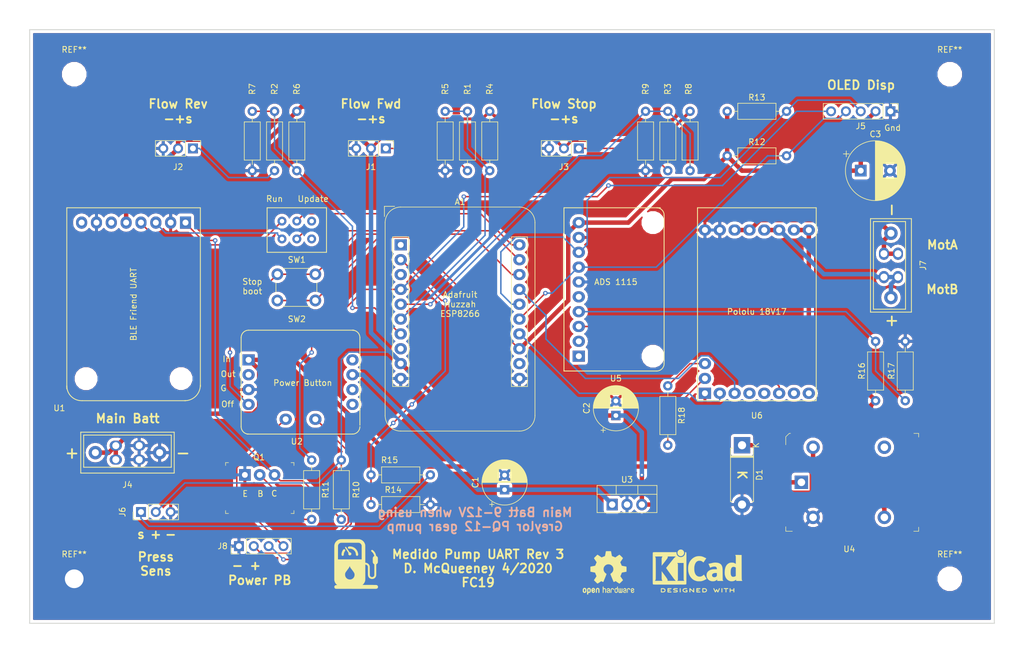
<source format=kicad_pcb>
(kicad_pcb (version 20171130) (host pcbnew 5.0.2+dfsg1-1~bpo9+1)
  (layers (0 F.Cu signal) (31 B.Cu signal) (34 B.Paste user) (35 F.Paste user) (36 B.SilkS user) (37 F.SilkS user) (38 B.Mask user) (39 F.Mask user) (44 Edge.Cuts user))
  (net 0 "")
  (net 1 GND)
  (net 2 "Net-(Q1-Pad2)")
  (net 3 "Net-(Q1-Pad3)")
  (net 4 "Net-(R16-Pad2)")
  (net 5 "Net-(J1-Pad1)")
  (net 6 "Net-(A1-Pad6)")
  (net 7 "Net-(A1-Pad7)")
  (net 8 "Net-(J2-Pad1)")
  (net 9 +5V)
  (net 10 "Net-(A1-Pad5)")
  (net 11 /OLED_RST)
  (net 12 +3V3)
  (net 13 "Net-(A1-Pad15)")
  (net 14 "Net-(A1-Pad16)")
  (net 15 "Net-(A1-Pad2)")
  (net 16 "Net-(J6-Pad1)")
  (net 17 "Net-(R16-Pad1)")
  (net 18 "Net-(J3-Pad1)")
  (net 19 "Net-(C1-Pad1)")
  (net 20 "Net-(A1-Pad1)")
  (net 21 "Net-(A1-Pad20)")
  (net 22 "Net-(A1-Pad19)")
  (net 23 "Net-(A1-Pad3)")
  (net 24 "Net-(A1-Pad18)")
  (net 25 "Net-(A1-Pad17)")
  (net 26 "Net-(A1-Pad14)")
  (net 27 "Net-(A1-Pad8)")
  (net 28 "Net-(A1-Pad12)")
  (net 29 "Net-(U5-Pad1)")
  (net 30 "Net-(U5-Pad2)")
  (net 31 "Net-(U5-Pad3)")
  (net 32 "Net-(U5-Pad5)")
  (net 33 "Net-(SW1-Pad1)")
  (net 34 "Net-(SW1-Pad3)")
  (net 35 "Net-(U1-Pad6)")
  (net 36 "Net-(U1-Pad8)")
  (net 37 "Net-(U2-Pad8)")
  (net 38 "Net-(U2-Pad6)")
  (net 39 "Net-(U2-Pad5)")
  (net 40 "Net-(U2-Pad2)")
  (net 41 "Net-(U4-Pad4)")
  (net 42 "Net-(U6-Pad4)")
  (net 43 "Net-(J7-Pad1)")
  (net 44 "Net-(U6-Pad5)")
  (net 45 "Net-(U6-Pad7)")
  (net 46 "Net-(U6-Pad8)")
  (net 47 "Net-(R18-Pad1)")
  (net 48 "Net-(R18-Pad2)")
  (net 49 "Net-(J4-Pad4)")
  (net 50 "Net-(J7-Pad4)")
  (net 51 "Net-(J8-Pad4)")
  (net 52 "Net-(J8-Pad3)")
  (module Module:Adafruit_HUZZAH_ESP8266_breakout (layer F.Cu) (at 83.82 64.77)
    (fp_text reference A1 (at 10.16 -7.35) (layer F.SilkS))
    (fp_text value Adafruit_HUZZAH_ESP8266_breakout)
    (pad 1 thru_hole rect (at 0 0) (size 2.1 1.9) (drill 1.02) (layers *.Cu *.Mask) (net 20 "Net-(A1-Pad1)"))
    (pad 20 thru_hole oval (at 20.32 0) (size 2.1 1.9) (drill 1.02) (layers *.Cu *.Mask) (net 21 "Net-(A1-Pad20)"))
    (pad 2 thru_hole oval (at 0 2.54) (size 2.1 1.9) (drill 1.02) (layers *.Cu *.Mask) (net 15 "Net-(A1-Pad2)"))
    (pad 19 thru_hole oval (at 20.32 2.54) (size 2.1 1.9) (drill 1.02) (layers *.Cu *.Mask) (net 22 "Net-(A1-Pad19)"))
    (pad 3 thru_hole oval (at 0 5.08) (size 2.1 1.9) (drill 1.02) (layers *.Cu *.Mask) (net 23 "Net-(A1-Pad3)"))
    (pad 18 thru_hole oval (at 20.32 5.08) (size 2.1 1.9) (drill 1.02) (layers *.Cu *.Mask) (net 24 "Net-(A1-Pad18)"))
    (pad 4 thru_hole oval (at 0 7.62) (size 2.1 1.9) (drill 1.02) (layers *.Cu *.Mask) (net 11 /OLED_RST))
    (pad 17 thru_hole oval (at 20.32 7.62) (size 2.1 1.9) (drill 1.02) (layers *.Cu *.Mask) (net 25 "Net-(A1-Pad17)"))
    (pad 5 thru_hole oval (at 0 10.16) (size 2.1 1.9) (drill 1.02) (layers *.Cu *.Mask) (net 10 "Net-(A1-Pad5)"))
    (pad 16 thru_hole oval (at 20.32 10.16) (size 2.1 1.9) (drill 1.02) (layers *.Cu *.Mask) (net 14 "Net-(A1-Pad16)"))
    (pad 6 thru_hole oval (at 0 12.7) (size 2.1 1.9) (drill 1.02) (layers *.Cu *.Mask) (net 6 "Net-(A1-Pad6)"))
    (pad 15 thru_hole oval (at 20.32 12.7) (size 2.1 1.9) (drill 1.02) (layers *.Cu *.Mask) (net 13 "Net-(A1-Pad15)"))
    (pad 7 thru_hole oval (at 0 15.24) (size 2.1 1.9) (drill 1.02) (layers *.Cu *.Mask) (net 7 "Net-(A1-Pad7)"))
    (pad 14 thru_hole oval (at 20.32 15.24) (size 2.1 1.9) (drill 1.02) (layers *.Cu *.Mask) (net 26 "Net-(A1-Pad14)"))
    (pad 8 thru_hole oval (at 0 17.78) (size 2.1 1.9) (drill 1.02) (layers *.Cu *.Mask) (net 27 "Net-(A1-Pad8)"))
    (pad 13 thru_hole oval (at 20.32 17.78) (size 2.1 1.9) (drill 1.02) (layers *.Cu *.Mask) (net 12 +3V3))
    (pad 9 thru_hole oval (at 0 20.32) (size 2.1 1.9) (drill 1.02) (layers *.Cu *.Mask) (net 9 +5V))
    (pad 12 thru_hole oval (at 20.32 20.32) (size 2.1 1.9) (drill 1.02) (layers *.Cu *.Mask) (net 28 "Net-(A1-Pad12)"))
    (pad 10 thru_hole oval (at 0 22.86) (size 2.1 1.9) (drill 1.02) (layers *.Cu *.Mask) (net 1 GND))
    (pad 11 thru_hole oval (at 20.32 22.86) (size 2.1 1.9) (drill 1.02) (layers *.Cu *.Mask) (net 1 GND))
  )
  (module Connector_PinHeader_2.54mm:PinHeader_1x04_P2.54mm_Vertical (layer F.Cu) (at 56.134 116.332 90)
    (fp_text reference J8 (at 0 -2.794 180) (layer F.SilkS))
    (fp_text value PwrButton)
    (pad 1 thru_hole rect (at 0 0 90) (size 1.7 1.7) (drill 1) (layers *.Cu *.Mask) (net 1 GND))
    (pad 2 thru_hole oval (at 0 2.54 90) (size 1.7 1.7) (drill 1) (layers *.Cu *.Mask) (net 9 +5V))
    (pad 3 thru_hole oval (at 0 5.08 90) (size 1.7 1.7) (drill 1) (layers *.Cu *.Mask) (net 52 "Net-(J8-Pad3)"))
    (pad 4 thru_hole oval (at 0 7.62 90) (size 1.7 1.7) (drill 1) (layers *.Cu *.Mask) (net 51 "Net-(J8-Pad4)"))
  )
  (module MedidoFootprints:SmallSlider (layer F.Cu) (at 66.04 60.96)
    (fp_text reference SW1 (at 0 6.35) (layer F.SilkS))
    (fp_text value SW_DPST)
    (pad 6 thru_hole circle (at 2.54 -0.254) (size 1.524 1.524) (drill 0.762) (layers *.Cu *.Mask))
    (pad 5 thru_hole circle (at 2.54 2.794) (size 1.524 1.524) (drill 0.762) (layers *.Cu *.Mask))
    (pad 3 thru_hole circle (at -2.54 -0.254) (size 1.524 1.524) (drill 0.762) (layers *.Cu *.Mask) (net 34 "Net-(SW1-Pad3)"))
    (pad 4 thru_hole circle (at 0 -0.254) (size 1.524 1.524) (drill 0.762) (layers *.Cu *.Mask) (net 21 "Net-(A1-Pad20)"))
    (pad 2 thru_hole circle (at 0 2.794) (size 1.524 1.524) (drill 0.762) (layers *.Cu *.Mask) (net 22 "Net-(A1-Pad19)"))
    (pad 1 thru_hole circle (at -2.54 2.794) (size 1.524 1.524) (drill 0.762) (layers *.Cu *.Mask) (net 33 "Net-(SW1-Pad1)"))
  )
  (module MedidoFootprints:MultiplexConn (layer F.Cu) (at 37.06 100.33)
    (fp_text reference J4 (at 0 5.5) (layer F.SilkS))
    (fp_text value MultiplexConn)
    (fp_text user - (at 9.5 0) (layer F.SilkS) (effects (font (size 2 2) (thickness 0.3))))
    (fp_text user + (at -9.5 0) (layer F.SilkS) (effects (font (size 2 2) (thickness 0.3))))
    (pad 3 thru_hole oval (at 2 1.2) (size 2.1 1.7) (drill oval 1.2) (layers *.Cu *.Mask) (net 1 GND))
    (pad 5 thru_hole oval (at -2 1.2) (size 2.1 1.7) (drill oval 1.2) (layers *.Cu *.Mask) (net 49 "Net-(J4-Pad4)"))
    (pad 4 thru_hole oval (at -5.5 0) (size 2.3 2.3) (drill oval 1.2) (layers *.Cu *.Mask) (net 49 "Net-(J4-Pad4)"))
    (pad 6 thru_hole oval (at -2 -1.2) (size 2.1 1.7) (drill oval 1.2) (layers *.Cu *.Mask) (net 49 "Net-(J4-Pad4)"))
    (pad 2 thru_hole oval (at 2 -1.2 180) (size 2.1 1.7) (drill oval 1.2) (layers *.Cu *.Mask) (net 1 GND))
    (pad 1 thru_hole oval (at 5.5 0) (size 2.3 2.3) (drill oval 1.2) (layers *.Cu *.Mask) (net 1 GND))
  )
  (module MedidoFootprints:MultiplexConn (layer F.Cu) (at 167.7275 68.28396 90)
    (fp_text reference J7 (at 0 5.5 90) (layer F.SilkS))
    (fp_text value MultiplexConn)
    (fp_text user - (at 9.5 0 90) (layer F.SilkS) (effects (font (size 2 2) (thickness 0.3))))
    (fp_text user + (at -9.5 0 90) (layer F.SilkS) (effects (font (size 2 2) (thickness 0.3))))
    (pad 3 thru_hole oval (at 2 1.2 90) (size 2.1 1.7) (drill oval 1.2) (layers *.Cu *.Mask) (net 43 "Net-(J7-Pad1)"))
    (pad 5 thru_hole oval (at -2 1.2 90) (size 2.1 1.7) (drill oval 1.2) (layers *.Cu *.Mask) (net 50 "Net-(J7-Pad4)"))
    (pad 4 thru_hole oval (at -5.5 0 90) (size 2.3 2.3) (drill oval 1.2) (layers *.Cu *.Mask) (net 50 "Net-(J7-Pad4)"))
    (pad 6 thru_hole oval (at -2 -1.2 90) (size 2.1 1.7) (drill oval 1.2) (layers *.Cu *.Mask) (net 50 "Net-(J7-Pad4)"))
    (pad 2 thru_hole oval (at 2 -1.2 270) (size 2.1 1.7) (drill oval 1.2) (layers *.Cu *.Mask) (net 43 "Net-(J7-Pad1)"))
    (pad 1 thru_hole oval (at 5.5 0 90) (size 2.3 2.3) (drill oval 1.2) (layers *.Cu *.Mask) (net 43 "Net-(J7-Pad1)"))
  )
  (module Resistor_THT:R_Axial_DIN0207_L6.3mm_D2.5mm_P10.16mm_Horizontal (layer F.Cu) (at 129.54 88.9 270)
    (fp_text reference R18 (at 5.08 -2.37 270) (layer F.SilkS))
    (fp_text value "Curr Lim")
    (pad 2 thru_hole oval (at 10.16 0 270) (size 1.6 1.6) (drill 0.8) (layers *.Cu *.Mask) (net 48 "Net-(R18-Pad2)"))
    (pad 1 thru_hole circle (at 0 0 270) (size 1.6 1.6) (drill 0.8) (layers *.Cu *.Mask) (net 47 "Net-(R18-Pad1)"))
  )
  (module Capacitor_THT:CP_Radial_D7.5mm_P2.50mm (layer F.Cu) (at 101.6 106.68 90)
    (fp_text reference C1 (at 1.25 -5 90) (layer F.SilkS))
    (fp_text value C)
    (pad 2 thru_hole circle (at 2.5 0 90) (size 1.6 1.6) (drill 0.8) (layers *.Cu *.Mask) (net 1 GND))
    (pad 1 thru_hole rect (at 0 0 90) (size 1.6 1.6) (drill 0.8) (layers *.Cu *.Mask) (net 19 "Net-(C1-Pad1)"))
  )
  (module Capacitor_THT:CP_Radial_D7.5mm_P2.50mm (layer F.Cu) (at 120.65 93.98 90)
    (fp_text reference C2 (at 1.25 -5 90) (layer F.SilkS))
    (fp_text value C)
    (pad 2 thru_hole circle (at 2.5 0 90) (size 1.6 1.6) (drill 0.8) (layers *.Cu *.Mask) (net 1 GND))
    (pad 1 thru_hole rect (at 0 0 90) (size 1.6 1.6) (drill 0.8) (layers *.Cu *.Mask) (net 9 +5V))
  )
  (module MedidoFootprints:Pololu18V17 (layer F.Cu) (at 144.78 76.2)
    (fp_text reference U6 (at 0 17.78) (layer F.SilkS))
    (fp_text value Pololu18v17)
    (fp_text user "Pololu 18V17" (at 0 0) (layer F.SilkS))
    (pad 17 thru_hole oval (at -8.89 8.89) (size 2.1 1.9) (drill 1.02) (layers *.Cu *.Mask) (net 47 "Net-(R18-Pad1)"))
    (pad 18 thru_hole oval (at -8.89 11.43) (size 2.1 1.9) (drill 1.02) (layers *.Cu *.Mask) (net 48 "Net-(R18-Pad2)"))
    (pad 16 thru_hole oval (at -8.89 -13.97) (size 2.1 1.9) (drill 1.02) (layers *.Cu *.Mask) (net 1 GND))
    (pad 15 thru_hole oval (at -6.35 -13.97) (size 2.1 1.9) (drill 1.02) (layers *.Cu *.Mask) (net 1 GND))
    (pad 14 thru_hole oval (at -3.81 -13.97) (size 2.1 1.9) (drill 1.02) (layers *.Cu *.Mask) (net 43 "Net-(J7-Pad1)"))
    (pad 13 thru_hole oval (at -1.27 -13.97) (size 2.1 1.9) (drill 1.02) (layers *.Cu *.Mask) (net 43 "Net-(J7-Pad1)"))
    (pad 12 thru_hole oval (at 1.27 -13.97) (size 2.1 1.9) (drill 1.02) (layers *.Cu *.Mask) (net 50 "Net-(J7-Pad4)"))
    (pad 11 thru_hole oval (at 3.81 -13.97) (size 2.1 1.9) (drill 1.02) (layers *.Cu *.Mask) (net 50 "Net-(J7-Pad4)"))
    (pad 10 thru_hole oval (at 6.35 -13.97) (size 2.1 1.9) (drill 1.02) (layers *.Cu *.Mask) (net 17 "Net-(R16-Pad1)"))
    (pad 9 thru_hole oval (at 8.89 -13.97) (size 2.1 1.9) (drill 1.02) (layers *.Cu *.Mask) (net 17 "Net-(R16-Pad1)"))
    (pad 8 thru_hole oval (at 8.89 13.97) (size 2.1 1.9) (drill 1.02) (layers *.Cu *.Mask) (net 46 "Net-(U6-Pad8)"))
    (pad 7 thru_hole oval (at 6.35 13.97) (size 2.1 1.9) (drill 1.02) (layers *.Cu *.Mask) (net 45 "Net-(U6-Pad7)"))
    (pad 6 thru_hole oval (at 3.81 13.97) (size 2.1 1.9) (drill 1.02) (layers *.Cu *.Mask) (net 31 "Net-(U5-Pad3)"))
    (pad 5 thru_hole oval (at 1.27 13.97) (size 2.1 1.9) (drill 1.02) (layers *.Cu *.Mask) (net 44 "Net-(U6-Pad5)"))
    (pad 4 thru_hole oval (at -1.27 13.97) (size 2.1 1.9) (drill 1.02) (layers *.Cu *.Mask) (net 42 "Net-(U6-Pad4)"))
    (pad 3 thru_hole oval (at -3.81 13.97) (size 2.1 1.9) (drill 1.02) (layers *.Cu *.Mask) (net 25 "Net-(A1-Pad17)"))
    (pad 2 thru_hole oval (at -6.35 13.97) (size 2.1 1.9) (drill 1.02) (layers *.Cu *.Mask) (net 26 "Net-(A1-Pad14)"))
    (pad 1 thru_hole rect (at -8.89 13.97) (size 2.1 1.9) (drill 1.02) (layers *.Cu *.Mask) (net 1 GND))
  )
  (module Resistor_THT:R_Axial_DIN0207_L6.3mm_D2.5mm_P10.16mm_Horizontal (layer F.Cu) (at 99.06 41.91 270)
    (fp_text reference R4 (at -3.81 0 270) (layer F.SilkS))
    (fp_text value Optional)
    (pad 2 thru_hole oval (at 10.16 0 270) (size 1.6 1.6) (drill 0.8) (layers *.Cu *.Mask) (net 6 "Net-(A1-Pad6)"))
    (pad 1 thru_hole circle (at 0 0 270) (size 1.6 1.6) (drill 0.8) (layers *.Cu *.Mask) (net 9 +5V))
  )
  (module MedidoFootprints:PowerButton (layer F.Cu) (at 57.785 89.535)
    (fp_text reference U2 (at 8.255 8.89) (layer F.SilkS))
    (fp_text value PowerButton)
    (fp_text user "Power Button" (at 9.271 -1.143) (layer F.SilkS))
    (pad 10 thru_hole oval (at 6.35 5.08) (size 2.1 1.9) (drill 1.02) (layers *.Cu *.Mask) (net 51 "Net-(J8-Pad4)"))
    (pad 9 thru_hole oval (at 11.43 5.08) (size 2.1 1.9) (drill 1.02) (layers *.Cu *.Mask) (net 52 "Net-(J8-Pad3)"))
    (pad 8 thru_hole oval (at 17.78 -5.08) (size 2.1 1.9) (drill 1.02) (layers *.Cu *.Mask) (net 37 "Net-(U2-Pad8)"))
    (pad 7 thru_hole oval (at 17.78 -2.54) (size 2.1 1.9) (drill 1.02) (layers *.Cu *.Mask) (net 19 "Net-(C1-Pad1)"))
    (pad 6 thru_hole oval (at 17.78 0) (size 2.1 1.9) (drill 1.02) (layers *.Cu *.Mask) (net 38 "Net-(U2-Pad6)"))
    (pad 5 thru_hole oval (at 17.78 2.54) (size 2.1 1.9) (drill 1.02) (layers *.Cu *.Mask) (net 39 "Net-(U2-Pad5)"))
    (pad 4 thru_hole oval (at 0 2.54) (size 2.1 1.9) (drill 1.02) (layers *.Cu *.Mask) (net 24 "Net-(A1-Pad18)"))
    (pad 3 thru_hole oval (at 0 0) (size 2.1 1.9) (drill 1.02) (layers *.Cu *.Mask) (net 1 GND))
    (pad 2 thru_hole oval (at 0 -2.54) (size 2.1 1.9) (drill 1.02) (layers *.Cu *.Mask) (net 40 "Net-(U2-Pad2)"))
    (pad 1 thru_hole rect (at 0 -5.08) (size 2.1 1.9) (drill 1.02) (layers *.Cu *.Mask) (net 49 "Net-(J4-Pad4)"))
  )
  (module MedidoFootprints:ADS_1115 (layer F.Cu) (at 114.3 71.12)
    (fp_text reference U5 (at 6.35 16.51) (layer F.SilkS))
    (fp_text value ADS_1115)
    (fp_text user "ADS 1115" (at 6.35 0) (layer F.SilkS))
    (pad "" np_thru_hole circle (at 12.7 -10.16) (size 2.9 2.9) (drill 2.9) (layers *.Cu *.Mask))
    (pad "" np_thru_hole circle (at 12.7 12.7) (size 2.9 2.9) (drill 2.9) (layers *.Cu *.Mask))
    (pad 10 thru_hole oval (at 0 -10.16) (size 2.1 1.9) (drill 1.02) (layers *.Cu *.Mask) (net 12 +3V3))
    (pad 9 thru_hole oval (at 0 -7.62) (size 2.1 1.9) (drill 1.02) (layers *.Cu *.Mask) (net 1 GND))
    (pad 8 thru_hole oval (at 0 -5.08) (size 2.1 1.9) (drill 1.02) (layers *.Cu *.Mask) (net 14 "Net-(A1-Pad16)"))
    (pad 7 thru_hole oval (at 0 -2.54) (size 2.1 1.9) (drill 1.02) (layers *.Cu *.Mask) (net 13 "Net-(A1-Pad15)"))
    (pad 6 thru_hole oval (at 0 0) (size 2.1 1.9) (drill 1.02) (layers *.Cu *.Mask) (net 1 GND))
    (pad 5 thru_hole oval (at 0 2.54) (size 2.1 1.9) (drill 1.02) (layers *.Cu *.Mask) (net 32 "Net-(U5-Pad5)"))
    (pad 4 thru_hole oval (at 0 5.08) (size 2.1 1.9) (drill 1.02) (layers *.Cu *.Mask) (net 4 "Net-(R16-Pad2)"))
    (pad 3 thru_hole oval (at 0 7.62) (size 2.1 1.9) (drill 1.02) (layers *.Cu *.Mask) (net 31 "Net-(U5-Pad3)"))
    (pad 2 thru_hole oval (at 0 10.16) (size 2.1 1.9) (drill 1.02) (layers *.Cu *.Mask) (net 30 "Net-(U5-Pad2)"))
    (pad 1 thru_hole rect (at 0 12.7) (size 2.1 1.9) (drill 1.02) (layers *.Cu *.Mask) (net 29 "Net-(U5-Pad1)"))
  )
  (module MedidoFootprints:BLE_FRIEND (layer F.Cu) (at 38.1 60.96 270)
    (fp_text reference U1 (at 31.75 12.7) (layer F.SilkS))
    (fp_text value BLE_FRIEND)
    (fp_text user "BLE Friend UART" (at 13.97 0 270) (layer F.SilkS))
    (pad "" np_thru_hole circle (at 26.6954 8.128 270) (size 2.9 2.9) (drill 2.9) (layers *.Cu *.Mask))
    (pad "" np_thru_hole circle (at 26.7208 8.128 270) (size 2.9 2.9) (drill 2.9) (layers *.Cu *.Mask))
    (pad "" np_thru_hole circle (at 26.6954 -8.128 270) (size 2.9 2.9) (drill 2.9) (layers *.Cu *.Mask))
    (pad 8 thru_hole oval (at 0 8.89 270) (size 2.1 1.9) (drill 1.02) (layers *.Cu *.Mask) (net 36 "Net-(U1-Pad8)"))
    (pad 7 thru_hole oval (at 0 6.35 270) (size 2.1 1.9) (drill 1.02) (layers *.Cu *.Mask) (net 1 GND))
    (pad 6 thru_hole oval (at 0 3.81 270) (size 2.1 1.9) (drill 1.02) (layers *.Cu *.Mask) (net 35 "Net-(U1-Pad6)"))
    (pad 5 thru_hole oval (at 0 1.27 270) (size 2.1 1.9) (drill 1.02) (layers *.Cu *.Mask) (net 9 +5V))
    (pad 4 thru_hole oval (at 0 -1.27 270) (size 2.1 1.9) (drill 1.02) (layers *.Cu *.Mask) (net 34 "Net-(SW1-Pad3)"))
    (pad 3 thru_hole oval (at 0 -3.81 270) (size 2.1 1.9) (drill 1.02) (layers *.Cu *.Mask) (net 33 "Net-(SW1-Pad1)"))
    (pad 2 thru_hole oval (at 0 -6.35 270) (size 2.1 1.9) (drill 1.02) (layers *.Cu *.Mask) (net 1 GND))
    (pad 1 thru_hole rect (at 0 -8.89 270) (size 2.1 1.9) (drill 1.02) (layers *.Cu *.Mask) (net 3 "Net-(Q1-Pad3)"))
  )
  (module Capacitor_THT:CP_Radial_D10.0mm_P5.00mm (layer F.Cu) (at 162.56 52.07)
    (fp_text reference C3 (at 2.5 -6.25) (layer F.SilkS))
    (fp_text value 220uF)
    (pad 2 thru_hole circle (at 5 0) (size 2 2) (drill 1) (layers *.Cu *.Mask) (net 1 GND))
    (pad 1 thru_hole rect (at 0 0) (size 2 2) (drill 1) (layers *.Cu *.Mask) (net 12 +3V3))
  )
  (module Connector_PinHeader_2.54mm:PinHeader_1x03_P2.54mm_Vertical (layer F.Cu) (at 114.3 48.26 270)
    (fp_text reference J3 (at 3.175 2.54) (layer F.SilkS))
    (fp_text value Flow_Stop)
    (pad 3 thru_hole oval (at 0 5.08 270) (size 1.7 1.7) (drill 1) (layers *.Cu *.Mask) (net 1 GND))
    (pad 2 thru_hole oval (at 0 2.54 270) (size 1.7 1.7) (drill 1) (layers *.Cu *.Mask) (net 9 +5V))
    (pad 1 thru_hole rect (at 0 0 270) (size 1.7 1.7) (drill 1) (layers *.Cu *.Mask) (net 18 "Net-(J3-Pad1)"))
  )
  (module Connector_PinHeader_2.54mm:PinHeader_1x03_P2.54mm_Vertical (layer F.Cu) (at 48.26 48.26 270)
    (fp_text reference J2 (at 3.175 2.54) (layer F.SilkS))
    (fp_text value Flow_Rev)
    (pad 3 thru_hole oval (at 0 5.08 270) (size 1.7 1.7) (drill 1) (layers *.Cu *.Mask) (net 1 GND))
    (pad 2 thru_hole oval (at 0 2.54 270) (size 1.7 1.7) (drill 1) (layers *.Cu *.Mask) (net 9 +5V))
    (pad 1 thru_hole rect (at 0 0 270) (size 1.7 1.7) (drill 1) (layers *.Cu *.Mask) (net 8 "Net-(J2-Pad1)"))
  )
  (module Connector_PinHeader_2.54mm:PinHeader_1x03_P2.54mm_Vertical (layer F.Cu) (at 81.28 48.26 270)
    (fp_text reference J1 (at 3.175 2.54) (layer F.SilkS))
    (fp_text value Flow_Fwd)
    (pad 3 thru_hole oval (at 0 5.08 270) (size 1.7 1.7) (drill 1) (layers *.Cu *.Mask) (net 1 GND))
    (pad 2 thru_hole oval (at 0 2.54 270) (size 1.7 1.7) (drill 1) (layers *.Cu *.Mask) (net 9 +5V))
    (pad 1 thru_hole rect (at 0 0 270) (size 1.7 1.7) (drill 1) (layers *.Cu *.Mask) (net 5 "Net-(J1-Pad1)"))
  )
  (module Connector_PinHeader_2.54mm:PinHeader_1x03_P2.54mm_Vertical (layer F.Cu) (at 39.37 110.49 90)
    (fp_text reference J6 (at 0 -3.175 90) (layer F.SilkS))
    (fp_text value Press_Sens)
    (pad 3 thru_hole oval (at 0 5.08 90) (size 1.7 1.7) (drill 1) (layers *.Cu *.Mask) (net 1 GND))
    (pad 2 thru_hole oval (at 0 2.54 90) (size 1.7 1.7) (drill 1) (layers *.Cu *.Mask) (net 9 +5V))
    (pad 1 thru_hole rect (at 0 0 90) (size 1.7 1.7) (drill 1) (layers *.Cu *.Mask) (net 16 "Net-(J6-Pad1)"))
  )
  (module Connector_PinHeader_2.54mm:PinHeader_1x05_P2.54mm_Vertical (layer F.Cu) (at 167.64 41.91 270)
    (fp_text reference J5 (at 2.54 5.08) (layer F.SilkS))
    (fp_text value "OLED Disp")
    (pad 5 thru_hole oval (at 0 10.16 270) (size 1.7 1.7) (drill 1) (layers *.Cu *.Mask) (net 11 /OLED_RST))
    (pad 4 thru_hole oval (at 0 7.62 270) (size 1.7 1.7) (drill 1) (layers *.Cu *.Mask) (net 13 "Net-(A1-Pad15)"))
    (pad 3 thru_hole oval (at 0 5.08 270) (size 1.7 1.7) (drill 1) (layers *.Cu *.Mask) (net 14 "Net-(A1-Pad16)"))
    (pad 2 thru_hole oval (at 0 2.54 270) (size 1.7 1.7) (drill 1) (layers *.Cu *.Mask) (net 12 +3V3))
    (pad 1 thru_hole rect (at 0 0 270) (size 1.7 1.7) (drill 1) (layers *.Cu *.Mask) (net 1 GND))
  )
  (module digikey-footprints:Relay_THT_G5LE-14 (layer F.Cu) (at 152.4 105.41)
    (fp_text reference U4 (at 8.2 11.43) (layer F.SilkS))
    (fp_text value HK3FF_RELAY)
    (pad 4 thru_hole circle (at 14.2 -6) (size 2.3 2.3) (drill 1.3) (layers *.Cu *.Mask) (net 41 "Net-(U4-Pad4)"))
    (pad 3 thru_hole circle (at 14.2 6) (size 2.3 2.3) (drill 1.3) (layers *.Cu *.Mask) (net 17 "Net-(R16-Pad1)"))
    (pad 5 thru_hole circle (at 2 -6) (size 2.3 2.3) (drill 1.3) (layers *.Cu *.Mask) (net 9 +5V))
    (pad 2 thru_hole circle (at 2 6) (size 2.3 2.3) (drill 1.3) (layers *.Cu *.Mask) (net 1 GND))
    (pad 1 thru_hole rect (at 0 0) (size 2.3 2.3) (drill 1.3) (layers *.Cu *.Mask) (net 49 "Net-(J4-Pad4)"))
  )
  (module Button_Switch_THT:SW_PUSH_6mm (layer F.Cu) (at 69.215 74.295 180)
    (fp_text reference SW2 (at 3.175 -3.175 180) (layer F.SilkS))
    (fp_text value ~Boot)
    (pad 1 thru_hole circle (at 6.5 0 270) (size 2 2) (drill 1.1) (layers *.Cu *.Mask) (net 12 +3V3))
    (pad 2 thru_hole circle (at 6.5 4.5 270) (size 2 2) (drill 1.1) (layers *.Cu *.Mask) (net 24 "Net-(A1-Pad18)"))
    (pad 1 thru_hole circle (at 0 0 270) (size 2 2) (drill 1.1) (layers *.Cu *.Mask) (net 12 +3V3))
    (pad 2 thru_hole circle (at 0 4.5 270) (size 2 2) (drill 1.1) (layers *.Cu *.Mask) (net 24 "Net-(A1-Pad18)"))
  )
  (module Diode_THT:D_5W_P10.16mm_Horizontal (layer F.Cu) (at 142.24 99.06 270)
    (fp_text reference D1 (at 5.08 -2.97 270) (layer F.SilkS))
    (fp_text value D)
    (fp_text user K (at 0 -2.4 270) (layer F.SilkS))
    (pad 2 thru_hole oval (at 10.16 0 270) (size 2.8 2.8) (drill 1.4) (layers *.Cu *.Mask) (net 1 GND))
    (pad 1 thru_hole rect (at 0 0 270) (size 2.8 2.8) (drill 1.4) (layers *.Cu *.Mask) (net 9 +5V))
  )
  (module Package_TO_SOT_THT:TO-220-3_Vertical (layer F.Cu) (at 120.015 109.22)
    (fp_text reference U3 (at 2.54 -4.27) (layer F.SilkS))
    (fp_text value LM7805_TO220)
    (pad 3 thru_hole oval (at 5.08 0) (size 1.905 2) (drill 1.1) (layers *.Cu *.Mask) (net 9 +5V))
    (pad 2 thru_hole oval (at 2.54 0) (size 1.905 2) (drill 1.1) (layers *.Cu *.Mask) (net 1 GND))
    (pad 1 thru_hole rect (at 0 0) (size 1.905 2) (drill 1.1) (layers *.Cu *.Mask) (net 19 "Net-(C1-Pad1)"))
  )
  (module Resistor_THT:R_Axial_DIN0207_L6.3mm_D2.5mm_P10.16mm_Horizontal (layer F.Cu) (at 125.73 41.91 270)
    (fp_text reference R9 (at -3.81 0 270) (layer F.SilkS))
    (fp_text value 3K3)
    (pad 2 thru_hole oval (at 10.16 0 270) (size 1.6 1.6) (drill 0.8) (layers *.Cu *.Mask) (net 1 GND))
    (pad 1 thru_hole circle (at 0 0 270) (size 1.6 1.6) (drill 0.8) (layers *.Cu *.Mask) (net 10 "Net-(A1-Pad5)"))
  )
  (module Resistor_THT:R_Axial_DIN0207_L6.3mm_D2.5mm_P10.16mm_Horizontal (layer F.Cu) (at 129.54 41.91 270)
    (fp_text reference R3 (at -3.81 0 270) (layer F.SilkS))
    (fp_text value 2K2)
    (pad 2 thru_hole oval (at 10.16 0 270) (size 1.6 1.6) (drill 0.8) (layers *.Cu *.Mask) (net 18 "Net-(J3-Pad1)"))
    (pad 1 thru_hole circle (at 0 0 270) (size 1.6 1.6) (drill 0.8) (layers *.Cu *.Mask) (net 10 "Net-(A1-Pad5)"))
  )
  (module Resistor_THT:R_Axial_DIN0207_L6.3mm_D2.5mm_P10.16mm_Horizontal (layer F.Cu) (at 165.1 91.44 90)
    (fp_text reference R16 (at 5.08 -2.37 90) (layer F.SilkS))
    (fp_text value 22K)
    (pad 2 thru_hole oval (at 10.16 0 90) (size 1.6 1.6) (drill 0.8) (layers *.Cu *.Mask) (net 4 "Net-(R16-Pad2)"))
    (pad 1 thru_hole circle (at 0 0 90) (size 1.6 1.6) (drill 0.8) (layers *.Cu *.Mask) (net 17 "Net-(R16-Pad1)"))
  )
  (module Resistor_THT:R_Axial_DIN0207_L6.3mm_D2.5mm_P10.16mm_Horizontal (layer F.Cu) (at 88.9 104.14 180)
    (fp_text reference R15 (at 6.985 2.54 180) (layer F.SilkS))
    (fp_text value 22K)
    (pad 2 thru_hole oval (at 10.16 0 180) (size 1.6 1.6) (drill 0.8) (layers *.Cu *.Mask) (net 15 "Net-(A1-Pad2)"))
    (pad 1 thru_hole circle (at 0 0 180) (size 1.6 1.6) (drill 0.8) (layers *.Cu *.Mask) (net 16 "Net-(J6-Pad1)"))
  )
  (module Resistor_THT:R_Axial_DIN0207_L6.3mm_D2.5mm_P10.16mm_Horizontal (layer F.Cu) (at 78.74 109.22)
    (fp_text reference R14 (at 3.81 -2.54) (layer F.SilkS))
    (fp_text value 4K7)
    (pad 2 thru_hole oval (at 10.16 0) (size 1.6 1.6) (drill 0.8) (layers *.Cu *.Mask) (net 1 GND))
    (pad 1 thru_hole circle (at 0 0) (size 1.6 1.6) (drill 0.8) (layers *.Cu *.Mask) (net 15 "Net-(A1-Pad2)"))
  )
  (module Resistor_THT:R_Axial_DIN0207_L6.3mm_D2.5mm_P10.16mm_Horizontal (layer F.Cu) (at 139.7 41.91)
    (fp_text reference R13 (at 5.08 -2.37) (layer F.SilkS))
    (fp_text value 4K7)
    (pad 2 thru_hole oval (at 10.16 0) (size 1.6 1.6) (drill 0.8) (layers *.Cu *.Mask) (net 14 "Net-(A1-Pad16)"))
    (pad 1 thru_hole circle (at 0 0) (size 1.6 1.6) (drill 0.8) (layers *.Cu *.Mask) (net 12 +3V3))
  )
  (module Resistor_THT:R_Axial_DIN0207_L6.3mm_D2.5mm_P10.16mm_Horizontal (layer F.Cu) (at 139.7 49.53)
    (fp_text reference R12 (at 5.08 -2.37) (layer F.SilkS))
    (fp_text value 4K7)
    (pad 2 thru_hole oval (at 10.16 0) (size 1.6 1.6) (drill 0.8) (layers *.Cu *.Mask) (net 13 "Net-(A1-Pad15)"))
    (pad 1 thru_hole circle (at 0 0) (size 1.6 1.6) (drill 0.8) (layers *.Cu *.Mask) (net 12 +3V3))
  )
  (module Resistor_THT:R_Axial_DIN0207_L6.3mm_D2.5mm_P10.16mm_Horizontal (layer F.Cu) (at 68.58 101.6 270)
    (fp_text reference R11 (at 5.08 -2.37 270) (layer F.SilkS))
    (fp_text value 47K)
    (pad 2 thru_hole oval (at 10.16 0 270) (size 1.6 1.6) (drill 0.8) (layers *.Cu *.Mask) (net 2 "Net-(Q1-Pad2)"))
    (pad 1 thru_hole circle (at 0 0 270) (size 1.6 1.6) (drill 0.8) (layers *.Cu *.Mask) (net 11 /OLED_RST))
  )
  (module Resistor_THT:R_Axial_DIN0207_L6.3mm_D2.5mm_P10.16mm_Horizontal (layer F.Cu) (at 73.66 101.6 270)
    (fp_text reference R10 (at 5.08 -2.54 270) (layer F.SilkS))
    (fp_text value 4K7)
    (pad 2 thru_hole oval (at 10.16 0 270) (size 1.6 1.6) (drill 0.8) (layers *.Cu *.Mask) (net 3 "Net-(Q1-Pad3)"))
    (pad 1 thru_hole circle (at 0 0 270) (size 1.6 1.6) (drill 0.8) (layers *.Cu *.Mask) (net 9 +5V))
  )
  (module Resistor_THT:R_Axial_DIN0207_L6.3mm_D2.5mm_P10.16mm_Horizontal (layer F.Cu) (at 133.35 41.91 270)
    (fp_text reference R8 (at -3.81 0.254 270) (layer F.SilkS))
    (fp_text value Optional)
    (pad 2 thru_hole oval (at 10.16 0 270) (size 1.6 1.6) (drill 0.8) (layers *.Cu *.Mask) (net 10 "Net-(A1-Pad5)"))
    (pad 1 thru_hole circle (at 0 0 270) (size 1.6 1.6) (drill 0.8) (layers *.Cu *.Mask) (net 9 +5V))
  )
  (module Resistor_THT:R_Axial_DIN0207_L6.3mm_D2.5mm_P10.16mm_Horizontal (layer F.Cu) (at 58.42 41.91 270)
    (fp_text reference R7 (at -3.81 0 270) (layer F.SilkS))
    (fp_text value 3K3)
    (pad 2 thru_hole oval (at 10.16 0 270) (size 1.6 1.6) (drill 0.8) (layers *.Cu *.Mask) (net 1 GND))
    (pad 1 thru_hole circle (at 0 0 270) (size 1.6 1.6) (drill 0.8) (layers *.Cu *.Mask) (net 7 "Net-(A1-Pad7)"))
  )
  (module Resistor_THT:R_Axial_DIN0207_L6.3mm_D2.5mm_P10.16mm_Horizontal (layer F.Cu) (at 66.04 41.91 270)
    (fp_text reference R6 (at -3.81 0 270) (layer F.SilkS))
    (fp_text value Optional)
    (pad 2 thru_hole oval (at 10.16 0 270) (size 1.6 1.6) (drill 0.8) (layers *.Cu *.Mask) (net 7 "Net-(A1-Pad7)"))
    (pad 1 thru_hole circle (at 0 0 270) (size 1.6 1.6) (drill 0.8) (layers *.Cu *.Mask) (net 9 +5V))
  )
  (module Resistor_THT:R_Axial_DIN0207_L6.3mm_D2.5mm_P10.16mm_Horizontal (layer F.Cu) (at 91.44 41.91 270)
    (fp_text reference R5 (at -3.81 0 270) (layer F.SilkS))
    (fp_text value 3K3)
    (pad 2 thru_hole oval (at 10.16 0 270) (size 1.6 1.6) (drill 0.8) (layers *.Cu *.Mask) (net 1 GND))
    (pad 1 thru_hole circle (at 0 0 270) (size 1.6 1.6) (drill 0.8) (layers *.Cu *.Mask) (net 6 "Net-(A1-Pad6)"))
  )
  (module Resistor_THT:R_Axial_DIN0207_L6.3mm_D2.5mm_P10.16mm_Horizontal (layer F.Cu) (at 62.23 41.91 270)
    (fp_text reference R2 (at -3.81 0 270) (layer F.SilkS))
    (fp_text value 2K2)
    (pad 2 thru_hole oval (at 10.16 0 270) (size 1.6 1.6) (drill 0.8) (layers *.Cu *.Mask) (net 8 "Net-(J2-Pad1)"))
    (pad 1 thru_hole circle (at 0 0 270) (size 1.6 1.6) (drill 0.8) (layers *.Cu *.Mask) (net 7 "Net-(A1-Pad7)"))
  )
  (module Resistor_THT:R_Axial_DIN0207_L6.3mm_D2.5mm_P10.16mm_Horizontal (layer F.Cu) (at 95.25 41.91 270)
    (fp_text reference R1 (at -3.81 0 270) (layer F.SilkS))
    (fp_text value 2K2)
    (pad 2 thru_hole oval (at 10.16 0 270) (size 1.6 1.6) (drill 0.8) (layers *.Cu *.Mask) (net 5 "Net-(J1-Pad1)"))
    (pad 1 thru_hole circle (at 0 0 270) (size 1.6 1.6) (drill 0.8) (layers *.Cu *.Mask) (net 6 "Net-(A1-Pad6)"))
  )
  (module Resistor_THT:R_Axial_DIN0207_L6.3mm_D2.5mm_P10.16mm_Horizontal (layer F.Cu) (at 170.18 91.44 90)
    (fp_text reference R17 (at 5.08 -2.37 90) (layer F.SilkS))
    (fp_text value 3K3)
    (pad 2 thru_hole oval (at 10.16 0 90) (size 1.6 1.6) (drill 0.8) (layers *.Cu *.Mask) (net 1 GND))
    (pad 1 thru_hole circle (at 0 0 90) (size 1.6 1.6) (drill 0.8) (layers *.Cu *.Mask) (net 4 "Net-(R16-Pad2)"))
  )
  (module digikey-footprints:SIP-3_P2.54mm (layer F.Cu) (at 57.15 104.14)
    (fp_text reference Q1 (at 2.43 -3.02) (layer F.SilkS))
    (fp_text value Q_NPN_EBC)
    (pad 3 thru_hole circle (at 5.08 0) (size 2 2) (drill 1) (layers *.Cu *.Mask) (net 3 "Net-(Q1-Pad3)"))
    (pad 2 thru_hole circle (at 2.54 0) (size 2 2) (drill 1) (layers *.Cu *.Mask) (net 2 "Net-(Q1-Pad2)"))
    (pad 1 thru_hole rect (at 0 0) (size 2 2) (drill 1) (layers *.Cu *.Mask) (net 1 GND))
  )
  (module MedidoLogo:medidosmall (layer F.Cu) (at 76.2 119.38)
    (fp_text reference G*** hide)
    (fp_text value medidosmall hide)
  )
  (module Symbol:OSHW-Logo2_9.8x8mm_SilkScreen (layer F.Cu) (at 119.38 120.904)
    (fp_text reference REF** hide)
    (fp_text value OSHW-Logo2_9.8x8mm_SilkScreen hide)
  )
  (module Symbol:KiCad-Logo2_6mm_SilkScreen (layer F.Cu) (at 134.62 119.888)
    (fp_text reference REF** hide)
    (fp_text value KiCad-Logo2_6mm_SilkScreen hide)
  )
  (module MountingHole:MountingHole_3.2mm_M3 (layer F.Cu) (at 27.94 35.56)
    (fp_text reference REF** (at 0 -4.2) (layer F.SilkS))
    (fp_text value MountingHole_3.2mm_M3)
    (pad 1 np_thru_hole circle (at 0 0) (size 3.2 3.2) (drill 3.2) (layers *.Cu *.Mask))
  )
  (module MountingHole:MountingHole_3.2mm_M3 (layer F.Cu) (at 177.8 35.56)
    (fp_text reference REF** (at 0 -4.2) (layer F.SilkS))
    (fp_text value MountingHole_3.2mm_M3)
    (pad 1 np_thru_hole circle (at 0 0) (size 3.2 3.2) (drill 3.2) (layers *.Cu *.Mask))
  )
  (module MountingHole:MountingHole_3.2mm_M3 (layer F.Cu) (at 177.8 121.92)
    (fp_text reference REF** (at 0 -4.2) (layer F.SilkS))
    (fp_text value MountingHole_3.2mm_M3)
    (pad 1 np_thru_hole circle (at 0 0) (size 3.2 3.2) (drill 3.2) (layers *.Cu *.Mask))
  )
  (module MountingHole:MountingHole_3.2mm_M3 (layer F.Cu) (at 27.94 121.92)
    (fp_text reference REF** (at 0 -4.2) (layer F.SilkS))
    (fp_text value MountingHole_3.2mm_M3)
    (pad 1 np_thru_hole circle (at 0 0) (size 3.2 3.2) (drill 3.2) (layers *.Cu *.Mask))
  )
  (gr_text "Power PB" (at 59.69 122.174) (layer F.SilkS) (effects (font (size 1.5 1.5) (thickness 0.3))))
  (gr_text + (at 58.928 119.634) (layer F.SilkS) (effects (font (size 1.5 1.5) (thickness 0.3))))
  (gr_text - (at 55.88 119.634) (layer F.SilkS) (effects (font (size 1.5 1.5) (thickness 0.3))))
  (gr_text " Stop \nboot" (at 58.42 71.882) (layer F.SilkS) (effects (font (size 1.016 1.016) (thickness 0.1524))))
  (gr_text Run (at 62.23 56.896) (layer F.SilkS) (effects (font (size 1.016 1.016) (thickness 0.1524))))
  (gr_text Update (at 68.834 56.896) (layer F.SilkS) (effects (font (size 1.016 1.016) (thickness 0.1524))))
  (gr_text "Main Batt 9-12V when using\nGreylor PQ-12 gear pump" (at 96.52 111.76) (layer B.SilkS) (effects (font (size 1.5 1.5) (thickness 0.3)) (justify mirror)))
  (gr_text "Adafruit\nHuzzah\nESP8266\n" (at 93.98 74.93) (layer F.SilkS) (effects (font (size 1.016 1.016) (thickness 0.1524))))
  (gr_text Gnd (at 168.00576 44.74718) (layer F.SilkS) (effects (font (size 1 1))))
  (gr_text C (at 62.17666 107.3277) (layer F.SilkS) (effects (font (size 1 1))))
  (gr_text B (at 59.80938 107.36834) (layer F.SilkS) (effects (font (size 1 1))))
  (gr_text E (at 57.20588 107.36834) (layer F.SilkS) (effects (font (size 1 1))))
  (gr_text G (at 53.48732 89.29878) (layer F.SilkS) (effects (font (size 1 1))))
  (gr_text Out (at 54.29504 86.87308) (layer F.SilkS) (effects (font (size 1 1))))
  (gr_text Off (at 54.20868 92.03944) (layer F.SilkS) (effects (font (size 1 1))))
  (gr_text In (at 54.0385 84.32038) (layer F.SilkS) (effects (font (size 1 1))))
  (gr_text K (at 142.24 104.14 270) (layer F.SilkS) (effects (font (size 1.5 1.5) (thickness 0.3))))
  (gr_text MotB (at 176.53 72.39) (layer F.SilkS) (effects (font (size 1.5 1.5) (thickness 0.3))))
  (gr_text MotA (at 176.53 64.77) (layer F.SilkS) (effects (font (size 1.5 1.5) (thickness 0.3))))
  (gr_text - (at 44.45 114.3) (layer F.SilkS) (effects (font (size 1.5 1.5) (thickness 0.3))))
  (gr_text + (at 41.91 114.3) (layer F.SilkS) (effects (font (size 1.5 1.5) (thickness 0.3))))
  (gr_text s (at 39.37 114.3) (layer F.SilkS) (effects (font (size 1.5 1.5) (thickness 0.3))))
  (gr_text "Main Batt" (at 37.084 94.488) (layer F.SilkS) (effects (font (size 1.5 1.5) (thickness 0.3))))
  (gr_line (start 20.32 129.54) (end 20.32 27.94) (layer Edge.Cuts) (width 0.15))
  (gr_line (start 185.42 129.54) (end 20.32 129.54) (layer Edge.Cuts) (width 0.15))
  (gr_line (start 185.42 27.94) (end 185.42 129.54) (layer Edge.Cuts) (width 0.15))
  (gr_line (start 20.32 27.94) (end 185.42 27.94) (layer Edge.Cuts) (width 0.15))
  (gr_text -+s (at 111.76 43.18) (layer F.SilkS) (effects (font (size 1.5 1.5) (thickness 0.3))))
  (gr_text -+s (at 78.74 43.18) (layer F.SilkS) (effects (font (size 1.5 1.5) (thickness 0.3))))
  (gr_text -+s (at 45.72 43.18) (layer F.SilkS) (effects (font (size 1.5 1.5) (thickness 0.3))))
  (gr_text "Press\nSens" (at 41.91 119.38) (layer F.SilkS) (effects (font (size 1.5 1.5) (thickness 0.3))))
  (gr_text "OLED Disp" (at 162.61334 37.41928) (layer F.SilkS) (effects (font (size 1.5 1.5) (thickness 0.3))))
  (gr_text "Flow Stop" (at 111.76 40.64) (layer F.SilkS) (effects (font (size 1.5 1.5) (thickness 0.3))))
  (gr_text "Flow Fwd" (at 78.74 40.64) (layer F.SilkS) (effects (font (size 1.5 1.5) (thickness 0.3))))
  (gr_text "Flow Rev" (at 45.72 40.64) (layer F.SilkS) (effects (font (size 1.5 1.5) (thickness 0.3))))
  (gr_text "Medido Pump UART Rev 3\nD. McQueeney 4/2020\nFC19" (at 97.06864 120.142) (layer F.SilkS) (effects (font (size 1.5 1.5) (thickness 0.3))))
  (segment (start 67.31 111.76) (end 68.58 111.76) (width 0.254) (layer F.Cu) (net 2))
  (segment (start 59.69 104.14) (end 67.31 111.76) (width 0.254) (layer F.Cu) (net 2))
  (segment (start 72.860001 110.960001) (end 73.66 111.76) (width 0.254) (layer F.Cu) (net 3))
  (segment (start 67.039999 105.139999) (end 72.860001 110.960001) (width 0.254) (layer F.Cu) (net 3))
  (segment (start 63.229999 105.139999) (end 67.039999 105.139999) (width 0.254) (layer F.Cu) (net 3))
  (segment (start 62.23 104.14) (end 63.229999 105.139999) (width 0.254) (layer F.Cu) (net 3))
  (via (at 52.07 64.008) (size 0.762) (drill 0.381) (layers F.Cu B.Cu) (net 3))
  (segment (start 52.07 93.98) (end 52.07 64.008) (width 0.254) (layer B.Cu) (net 3))
  (segment (start 62.23 104.14) (end 52.07 93.98) (width 0.254) (layer B.Cu) (net 3))
  (segment (start 46.99 61.06) (end 46.99 60.96) (width 0.254) (layer F.Cu) (net 3))
  (segment (start 49.938 64.008) (end 46.99 61.06) (width 0.254) (layer F.Cu) (net 3))
  (segment (start 52.07 64.008) (end 49.938 64.008) (width 0.254) (layer F.Cu) (net 3))
  (segment (start 165.1 86.36) (end 170.18 91.44) (width 0.254) (layer B.Cu) (net 4))
  (segment (start 165.1 81.28) (end 165.1 86.36) (width 0.254) (layer B.Cu) (net 4))
  (segment (start 160.02 76.2) (end 165.1 81.28) (width 0.254) (layer B.Cu) (net 4))
  (segment (start 114.3 76.2) (end 160.02 76.2) (width 0.254) (layer B.Cu) (net 4))
  (segment (start 91.44 48.26) (end 95.25 52.07) (width 0.254) (layer F.Cu) (net 5))
  (segment (start 81.28 48.26) (end 91.44 48.26) (width 0.254) (layer F.Cu) (net 5))
  (segment (start 91.44 41.91) (end 95.25 41.91) (width 0.254) (layer B.Cu) (net 6))
  (segment (start 95.25 48.26) (end 99.06 52.07) (width 0.254) (layer B.Cu) (net 6))
  (segment (start 95.25 41.91) (end 95.25 48.26) (width 0.254) (layer B.Cu) (net 6))
  (segment (start 83.92 77.47) (end 83.82 77.47) (width 0.254) (layer B.Cu) (net 6))
  (segment (start 98.260001 63.129999) (end 83.92 77.47) (width 0.254) (layer B.Cu) (net 6))
  (segment (start 98.260001 52.869999) (end 98.260001 63.129999) (width 0.254) (layer B.Cu) (net 6))
  (segment (start 99.06 52.07) (end 98.260001 52.869999) (width 0.254) (layer B.Cu) (net 6))
  (segment (start 62.23 48.26) (end 66.04 52.07) (width 0.254) (layer B.Cu) (net 7))
  (segment (start 62.23 41.91) (end 62.23 48.26) (width 0.254) (layer B.Cu) (net 7))
  (via (at 75.565 75.565) (size 0.762) (drill 0.381) (layers F.Cu B.Cu) (net 7))
  (segment (start 75.565 61.595) (end 75.565 75.565) (width 0.254) (layer B.Cu) (net 7))
  (segment (start 66.04 52.07) (end 75.565 61.595) (width 0.254) (layer B.Cu) (net 7))
  (segment (start 83.72 80.01) (end 83.82 80.01) (width 0.254) (layer F.Cu) (net 7))
  (segment (start 82.516 78.806) (end 83.72 80.01) (width 0.254) (layer F.Cu) (net 7))
  (segment (start 82.516 78.706) (end 82.516 78.806) (width 0.254) (layer F.Cu) (net 7))
  (segment (start 79.375 75.565) (end 82.516 78.706) (width 0.254) (layer F.Cu) (net 7))
  (segment (start 75.565 75.565) (end 79.375 75.565) (width 0.254) (layer F.Cu) (net 7))
  (segment (start 58.42 41.91) (end 62.23 41.91) (width 0.254) (layer F.Cu) (net 7))
  (segment (start 61.048999 53.251001) (end 61.430001 52.869999) (width 0.254) (layer B.Cu) (net 8))
  (segment (start 54.355001 53.251001) (end 61.048999 53.251001) (width 0.254) (layer B.Cu) (net 8))
  (segment (start 61.430001 52.869999) (end 62.23 52.07) (width 0.254) (layer B.Cu) (net 8))
  (segment (start 49.364 48.26) (end 54.355001 53.251001) (width 0.254) (layer B.Cu) (net 8))
  (segment (start 48.26 48.26) (end 49.364 48.26) (width 0.254) (layer B.Cu) (net 8))
  (segment (start 144.402 99.06) (end 142.24 99.06) (width 0.762) (layer F.Cu) (net 9))
  (segment (start 149.493002 99.06) (end 144.402 99.06) (width 0.762) (layer F.Cu) (net 9))
  (segment (start 154.185001 103.751999) (end 149.493002 99.06) (width 0.762) (layer F.Cu) (net 9))
  (segment (start 154.185001 107.068001) (end 154.185001 103.751999) (width 0.762) (layer F.Cu) (net 9))
  (segment (start 150.741999 107.195001) (end 154.058001 107.195001) (width 0.762) (layer F.Cu) (net 9))
  (segment (start 150.614999 107.068001) (end 150.741999 107.195001) (width 0.762) (layer F.Cu) (net 9))
  (segment (start 128.961499 107.068001) (end 150.614999 107.068001) (width 0.762) (layer F.Cu) (net 9))
  (segment (start 154.058001 107.195001) (end 154.185001 107.068001) (width 0.762) (layer F.Cu) (net 9))
  (segment (start 126.8095 109.22) (end 128.961499 107.068001) (width 0.762) (layer F.Cu) (net 9))
  (segment (start 125.095 109.22) (end 126.8095 109.22) (width 0.762) (layer F.Cu) (net 9))
  (segment (start 154.4 103.537) (end 154.185001 103.751999) (width 0.762) (layer F.Cu) (net 9))
  (segment (start 154.4 99.41) (end 154.4 103.537) (width 0.762) (layer F.Cu) (net 9))
  (via (at 125.095 104.14) (size 0.762) (drill 0.381) (layers F.Cu B.Cu) (net 9))
  (segment (start 125.095 109.22) (end 125.095 104.14) (width 0.762) (layer F.Cu) (net 9))
  (via (at 120.65 93.98) (size 0.762) (drill 0.381) (layers F.Cu B.Cu) (net 9))
  (segment (start 122.212 93.98) (end 120.65 93.98) (width 0.762) (layer B.Cu) (net 9))
  (segment (start 125.095 96.863) (end 122.212 93.98) (width 0.762) (layer B.Cu) (net 9))
  (segment (start 125.095 104.14) (end 125.095 96.863) (width 0.762) (layer B.Cu) (net 9))
  (segment (start 119.088 93.98) (end 120.65 93.98) (width 0.762) (layer F.Cu) (net 9))
  (segment (start 92.81 93.98) (end 119.088 93.98) (width 0.762) (layer F.Cu) (net 9))
  (segment (start 83.92 85.09) (end 92.81 93.98) (width 0.762) (layer F.Cu) (net 9))
  (segment (start 83.82 85.09) (end 83.92 85.09) (width 0.762) (layer F.Cu) (net 9))
  (segment (start 98.260001 42.709999) (end 99.06 41.91) (width 0.508) (layer F.Cu) (net 9))
  (segment (start 97.751999 43.218001) (end 98.260001 42.709999) (width 0.508) (layer F.Cu) (net 9))
  (segment (start 83.781999 43.218001) (end 97.751999 43.218001) (width 0.508) (layer F.Cu) (net 9))
  (segment (start 78.74 48.26) (end 83.781999 43.218001) (width 0.508) (layer F.Cu) (net 9))
  (segment (start 106.209999 42.709999) (end 110.910001 47.410001) (width 0.508) (layer F.Cu) (net 9))
  (segment (start 99.859999 42.709999) (end 106.209999 42.709999) (width 0.508) (layer F.Cu) (net 9))
  (segment (start 110.910001 47.410001) (end 111.76 48.26) (width 0.508) (layer F.Cu) (net 9))
  (segment (start 99.06 41.91) (end 99.859999 42.709999) (width 0.508) (layer F.Cu) (net 9))
  (segment (start 132.550001 42.709999) (end 133.35 41.91) (width 0.508) (layer F.Cu) (net 9))
  (segment (start 128.358001 46.901999) (end 132.550001 42.709999) (width 0.508) (layer F.Cu) (net 9))
  (segment (start 113.118001 46.901999) (end 128.358001 46.901999) (width 0.508) (layer F.Cu) (net 9))
  (segment (start 111.76 48.26) (end 113.118001 46.901999) (width 0.508) (layer F.Cu) (net 9))
  (segment (start 72.860001 102.399999) (end 73.66 101.6) (width 0.254) (layer B.Cu) (net 9))
  (segment (start 69.738999 105.521001) (end 72.860001 102.399999) (width 0.254) (layer B.Cu) (net 9))
  (segment (start 46.878999 105.521001) (end 69.738999 105.521001) (width 0.254) (layer B.Cu) (net 9))
  (segment (start 41.91 110.49) (end 46.878999 105.521001) (width 0.254) (layer B.Cu) (net 9))
  (segment (start 83.72 85.09) (end 83.82 85.09) (width 0.254) (layer B.Cu) (net 9))
  (segment (start 81.75399 83.12399) (end 83.72 85.09) (width 0.254) (layer B.Cu) (net 9))
  (segment (start 74.913678 83.12399) (end 81.75399 83.12399) (width 0.254) (layer B.Cu) (net 9))
  (segment (start 73.66 84.377668) (end 74.913678 83.12399) (width 0.254) (layer B.Cu) (net 9))
  (segment (start 73.66 101.6) (end 73.66 84.377668) (width 0.254) (layer B.Cu) (net 9))
  (segment (start 78.74 49.462081) (end 78.74 48.26) (width 0.762) (layer B.Cu) (net 9))
  (segment (start 78.74 79.811542) (end 78.74 49.462081) (width 0.762) (layer B.Cu) (net 9))
  (segment (start 83.82 84.891542) (end 78.74 79.811542) (width 0.762) (layer B.Cu) (net 9))
  (segment (start 83.82 85.09) (end 83.82 84.891542) (width 0.762) (layer B.Cu) (net 9))
  (segment (start 45.72 47.057919) (end 45.72 48.26) (width 0.762) (layer F.Cu) (net 9))
  (segment (start 46.00292 46.774999) (end 45.72 47.057919) (width 0.762) (layer F.Cu) (net 9))
  (segment (start 61.175001 46.774999) (end 46.00292 46.774999) (width 0.762) (layer F.Cu) (net 9))
  (segment (start 66.04 41.91) (end 61.175001 46.774999) (width 0.762) (layer F.Cu) (net 9))
  (segment (start 77.890001 47.410001) (end 78.74 48.26) (width 0.762) (layer F.Cu) (net 9))
  (segment (start 71.590001 41.110001) (end 77.890001 47.410001) (width 0.762) (layer F.Cu) (net 9))
  (segment (start 66.839999 41.110001) (end 71.590001 41.110001) (width 0.762) (layer F.Cu) (net 9))
  (segment (start 66.04 41.91) (end 66.839999 41.110001) (width 0.762) (layer F.Cu) (net 9))
  (segment (start 36.83 60.96) (end 36.83 61.06) (width 0.762) (layer B.Cu) (net 9))
  (segment (start 36.83 57.15) (end 36.83 60.96) (width 0.762) (layer F.Cu) (net 9))
  (segment (start 45.72 48.26) (end 36.83 57.15) (width 0.762) (layer F.Cu) (net 9))
  (segment (start 59.905001 117.563001) (end 59.523999 117.181999) (width 0.254) (layer F.Cu) (net 9))
  (segment (start 69.604881 117.563001) (end 59.905001 117.563001) (width 0.254) (layer F.Cu) (net 9))
  (segment (start 74.841001 111.193119) (end 74.841001 112.326881) (width 0.254) (layer F.Cu) (net 9))
  (segment (start 59.523999 117.181999) (end 58.674 116.332) (width 0.254) (layer F.Cu) (net 9))
  (segment (start 74.841001 112.326881) (end 69.604881 117.563001) (width 0.254) (layer F.Cu) (net 9))
  (segment (start 73.66 110.012118) (end 74.841001 111.193119) (width 0.254) (layer F.Cu) (net 9))
  (segment (start 73.66 101.6) (end 73.66 110.012118) (width 0.254) (layer F.Cu) (net 9))
  (segment (start 133.35 45.72) (end 129.54 41.91) (width 0.254) (layer B.Cu) (net 10))
  (segment (start 133.35 52.07) (end 133.35 45.72) (width 0.254) (layer B.Cu) (net 10))
  (segment (start 129.54 41.91) (end 125.73 41.91) (width 0.254) (layer B.Cu) (net 10))
  (segment (start 118.148999 49.491001) (end 114.338999 49.491001) (width 0.254) (layer B.Cu) (net 10))
  (segment (start 125.73 41.91) (end 118.148999 49.491001) (width 0.254) (layer B.Cu) (net 10))
  (via (at 88.9 74.93) (size 0.762) (drill 0.381) (layers F.Cu B.Cu) (net 10))
  (segment (start 114.338999 49.491001) (end 88.9 74.93) (width 0.254) (layer B.Cu) (net 10))
  (segment (start 88.9 74.93) (end 83.82 74.93) (width 0.254) (layer F.Cu) (net 10))
  (via (at 68.58 83.185) (size 0.762) (drill 0.381) (layers F.Cu B.Cu) (net 11))
  (segment (start 68.58 81.422238) (end 68.58 83.185) (width 0.254) (layer F.Cu) (net 11))
  (segment (start 77.612238 72.39) (end 68.58 81.422238) (width 0.254) (layer F.Cu) (net 11))
  (segment (start 83.82 72.39) (end 77.612238 72.39) (width 0.254) (layer F.Cu) (net 11))
  (segment (start 83.82 72.39) (end 85.124 72.39) (width 0.254) (layer B.Cu) (net 11))
  (via (at 94.615 56.515) (size 0.762) (drill 0.381) (layers F.Cu B.Cu) (net 11))
  (segment (start 83.82 72.39) (end 83.92 72.39) (width 0.254) (layer B.Cu) (net 11))
  (segment (start 83.92 72.39) (end 94.615 61.695) (width 0.254) (layer B.Cu) (net 11))
  (segment (start 94.615 61.695) (end 94.615 61.595) (width 0.254) (layer B.Cu) (net 11))
  (segment (start 94.615 61.595) (end 94.615 56.515) (width 0.254) (layer B.Cu) (net 11))
  (via (at 119.38 54.61) (size 0.762) (drill 0.381) (layers F.Cu B.Cu) (net 11))
  (segment (start 117.475 56.515) (end 119.38 54.61) (width 0.254) (layer F.Cu) (net 11))
  (segment (start 94.615 56.515) (end 117.475 56.515) (width 0.254) (layer F.Cu) (net 11))
  (segment (start 156.277919 41.91) (end 157.48 41.91) (width 0.254) (layer B.Cu) (net 11))
  (segment (start 151.607882 41.91) (end 156.277919 41.91) (width 0.254) (layer B.Cu) (net 11))
  (segment (start 138.907882 54.61) (end 151.607882 41.91) (width 0.254) (layer B.Cu) (net 11))
  (segment (start 119.38 54.61) (end 138.907882 54.61) (width 0.254) (layer B.Cu) (net 11))
  (segment (start 66.548 99.568) (end 67.780001 100.800001) (width 0.254) (layer B.Cu) (net 11))
  (segment (start 66.548 85.217) (end 66.548 99.568) (width 0.254) (layer B.Cu) (net 11))
  (segment (start 67.780001 100.800001) (end 68.58 101.6) (width 0.254) (layer B.Cu) (net 11))
  (segment (start 68.58 83.185) (end 66.548 85.217) (width 0.254) (layer B.Cu) (net 11))
  (segment (start 112.488 62.672) (end 114.2 60.96) (width 0.762) (layer F.Cu) (net 12))
  (segment (start 112.488 74.302) (end 112.488 62.672) (width 0.762) (layer F.Cu) (net 12))
  (segment (start 114.2 60.96) (end 114.3 60.96) (width 0.762) (layer F.Cu) (net 12))
  (segment (start 104.24 82.55) (end 112.488 74.302) (width 0.762) (layer F.Cu) (net 12))
  (segment (start 104.14 82.55) (end 104.24 82.55) (width 0.762) (layer F.Cu) (net 12))
  (segment (start 138.900001 50.329999) (end 139.7 49.53) (width 0.762) (layer F.Cu) (net 12))
  (segment (start 135.724999 53.505001) (end 138.900001 50.329999) (width 0.762) (layer F.Cu) (net 12))
  (segment (start 130.228801 53.505001) (end 135.724999 53.505001) (width 0.762) (layer F.Cu) (net 12))
  (segment (start 122.773802 60.96) (end 130.228801 53.505001) (width 0.762) (layer F.Cu) (net 12))
  (segment (start 114.3 60.96) (end 122.773802 60.96) (width 0.762) (layer F.Cu) (net 12))
  (segment (start 139.7 49.53) (end 139.7 41.91) (width 0.762) (layer F.Cu) (net 12))
  (segment (start 139.7 49.53) (end 142.24 52.07) (width 0.762) (layer F.Cu) (net 12))
  (segment (start 162.56 44.45) (end 165.1 41.91) (width 0.762) (layer F.Cu) (net 12))
  (segment (start 162.56 52.07) (end 162.56 44.45) (width 0.762) (layer F.Cu) (net 12))
  (segment (start 80.071001 63.438999) (end 70.214999 73.295001) (width 0.254) (layer F.Cu) (net 12))
  (segment (start 85.174801 63.438999) (end 80.071001 63.438999) (width 0.254) (layer F.Cu) (net 12))
  (segment (start 102.836 81.100198) (end 85.174801 63.438999) (width 0.254) (layer F.Cu) (net 12))
  (segment (start 102.836 81.346) (end 102.836 81.100198) (width 0.254) (layer F.Cu) (net 12))
  (segment (start 104.04 82.55) (end 102.836 81.346) (width 0.254) (layer F.Cu) (net 12))
  (segment (start 70.214999 73.295001) (end 69.215 74.295) (width 0.254) (layer F.Cu) (net 12))
  (segment (start 104.14 82.55) (end 104.04 82.55) (width 0.254) (layer F.Cu) (net 12))
  (segment (start 67.800787 74.295) (end 62.715 74.295) (width 0.254) (layer F.Cu) (net 12))
  (segment (start 69.215 74.295) (end 67.800787 74.295) (width 0.254) (layer F.Cu) (net 12))
  (segment (start 156.91358 52.07) (end 162.56 52.07) (width 0.762) (layer F.Cu) (net 12))
  (segment (start 142.24 52.07) (end 148.26234 52.07) (width 0.762) (layer F.Cu) (net 12))
  (segment (start 148.26234 52.07) (end 156.91358 52.07) (width 0.762) (layer F.Cu) (net 12))
  (via (at 108.585 73.025) (size 0.762) (drill 0.381) (layers F.Cu B.Cu) (net 13))
  (segment (start 109.755 73.025) (end 108.585 73.025) (width 0.254) (layer B.Cu) (net 13))
  (segment (start 114.2 68.58) (end 109.755 73.025) (width 0.254) (layer B.Cu) (net 13))
  (segment (start 114.3 68.58) (end 114.2 68.58) (width 0.254) (layer B.Cu) (net 13))
  (segment (start 108.585 73.025) (end 104.14 77.47) (width 0.254) (layer F.Cu) (net 13))
  (segment (start 127.557668 68.58) (end 146.607668 49.53) (width 0.254) (layer B.Cu) (net 13))
  (segment (start 148.72863 49.53) (end 149.86 49.53) (width 0.254) (layer B.Cu) (net 13))
  (segment (start 146.607668 49.53) (end 148.72863 49.53) (width 0.254) (layer B.Cu) (net 13))
  (segment (start 114.3 68.58) (end 127.557668 68.58) (width 0.254) (layer B.Cu) (net 13))
  (segment (start 159.170001 42.759999) (end 160.02 41.91) (width 0.254) (layer B.Cu) (net 13))
  (segment (start 158.788999 43.141001) (end 159.170001 42.759999) (width 0.254) (layer B.Cu) (net 13))
  (segment (start 156.248999 43.141001) (end 158.788999 43.141001) (width 0.254) (layer B.Cu) (net 13))
  (segment (start 149.86 49.53) (end 156.248999 43.141001) (width 0.254) (layer B.Cu) (net 13))
  (segment (start 150.659999 41.110001) (end 149.86 41.91) (width 0.254) (layer B.Cu) (net 14))
  (segment (start 151.765 40.005) (end 150.659999 41.110001) (width 0.254) (layer B.Cu) (net 14))
  (segment (start 160.655 40.005) (end 151.765 40.005) (width 0.254) (layer B.Cu) (net 14))
  (segment (start 162.56 41.91) (end 160.655 40.005) (width 0.254) (layer B.Cu) (net 14))
  (segment (start 115.73101 64.70899) (end 114.4 66.04) (width 0.254) (layer B.Cu) (net 14))
  (segment (start 115.73101 57.131228) (end 115.73101 64.70899) (width 0.254) (layer B.Cu) (net 14))
  (segment (start 119.611237 53.251001) (end 115.73101 57.131228) (width 0.254) (layer B.Cu) (net 14))
  (segment (start 114.4 66.04) (end 114.3 66.04) (width 0.254) (layer B.Cu) (net 14))
  (segment (start 138.518999 53.251001) (end 119.611237 53.251001) (width 0.254) (layer B.Cu) (net 14))
  (segment (start 149.86 41.91) (end 138.518999 53.251001) (width 0.254) (layer B.Cu) (net 14))
  (segment (start 114.2 66.04) (end 114.3 66.04) (width 0.254) (layer B.Cu) (net 14))
  (segment (start 111.59899 63.43899) (end 114.2 66.04) (width 0.254) (layer B.Cu) (net 14))
  (segment (start 103.488678 63.43899) (end 111.59899 63.43899) (width 0.254) (layer B.Cu) (net 14))
  (segment (start 100.965 65.962668) (end 103.488678 63.43899) (width 0.254) (layer B.Cu) (net 14))
  (segment (start 100.965 73.059) (end 100.965 65.962668) (width 0.254) (layer B.Cu) (net 14))
  (segment (start 102.836 74.93) (end 100.965 73.059) (width 0.254) (layer B.Cu) (net 14))
  (segment (start 104.14 74.93) (end 102.836 74.93) (width 0.254) (layer B.Cu) (net 14))
  (segment (start 78.74 109.22) (end 78.74 104.14) (width 0.254) (layer F.Cu) (net 15))
  (via (at 82.55 95.25) (size 0.762) (drill 0.381) (layers F.Cu B.Cu) (net 15))
  (segment (start 78.74 99.06) (end 82.55 95.25) (width 0.254) (layer B.Cu) (net 15))
  (segment (start 78.74 104.14) (end 78.74 99.06) (width 0.254) (layer B.Cu) (net 15))
  (via (at 85.725 92.075) (size 0.762) (drill 0.381) (layers F.Cu B.Cu) (net 15))
  (segment (start 82.55 95.25) (end 85.725 92.075) (width 0.254) (layer F.Cu) (net 15))
  (via (at 91.44 74.295) (size 0.762) (drill 0.381) (layers F.Cu B.Cu) (net 15))
  (segment (start 91.44 86.36) (end 91.44 74.295) (width 0.254) (layer B.Cu) (net 15))
  (segment (start 85.725 92.075) (end 91.44 86.36) (width 0.254) (layer B.Cu) (net 15))
  (segment (start 83.92 67.31) (end 83.82 67.31) (width 0.254) (layer F.Cu) (net 15))
  (segment (start 85.124 68.514) (end 83.92 67.31) (width 0.254) (layer F.Cu) (net 15))
  (segment (start 85.124 68.614) (end 85.124 68.514) (width 0.254) (layer F.Cu) (net 15))
  (segment (start 90.805 74.295) (end 85.124 68.614) (width 0.254) (layer F.Cu) (net 15))
  (segment (start 91.44 74.295) (end 90.805 74.295) (width 0.254) (layer F.Cu) (net 15))
  (segment (start 40.717001 112.941001) (end 80.098999 112.941001) (width 0.254) (layer B.Cu) (net 16))
  (segment (start 88.100001 104.939999) (end 88.9 104.14) (width 0.254) (layer B.Cu) (net 16))
  (segment (start 39.37 111.594) (end 40.717001 112.941001) (width 0.254) (layer B.Cu) (net 16))
  (segment (start 80.098999 112.941001) (end 88.100001 104.939999) (width 0.254) (layer B.Cu) (net 16))
  (segment (start 39.37 110.49) (end 39.37 111.594) (width 0.254) (layer B.Cu) (net 16))
  (segment (start 164.300001 92.239999) (end 165.1 91.44) (width 0.762) (layer F.Cu) (net 17))
  (segment (start 166.6 109.783655) (end 164.300001 107.483656) (width 0.762) (layer F.Cu) (net 17))
  (segment (start 164.300001 107.483656) (end 164.300001 92.239999) (width 0.762) (layer F.Cu) (net 17))
  (segment (start 166.6 111.41) (end 166.6 109.783655) (width 0.762) (layer F.Cu) (net 17))
  (segment (start 153.67 80.01) (end 153.67 62.23) (width 0.762) (layer F.Cu) (net 17))
  (segment (start 165.1 91.44) (end 153.67 80.01) (width 0.762) (layer F.Cu) (net 17))
  (segment (start 151.13 62.23) (end 153.67 62.23) (width 0.762) (layer F.Cu) (net 17))
  (segment (start 128.740001 51.270001) (end 129.54 52.07) (width 0.254) (layer F.Cu) (net 18))
  (segment (start 125.73 48.26) (end 128.740001 51.270001) (width 0.254) (layer F.Cu) (net 18))
  (segment (start 114.3 48.26) (end 125.73 48.26) (width 0.254) (layer F.Cu) (net 18))
  (segment (start 97.062 106.68) (end 100.038 106.68) (width 0.762) (layer B.Cu) (net 19))
  (segment (start 100.038 106.68) (end 101.6 106.68) (width 0.762) (layer B.Cu) (net 19))
  (segment (start 77.377 86.995) (end 97.062 106.68) (width 0.762) (layer B.Cu) (net 19))
  (segment (start 75.565 86.995) (end 77.377 86.995) (width 0.762) (layer B.Cu) (net 19))
  (segment (start 120.015 109.1725) (end 120.015 109.22) (width 0.762) (layer B.Cu) (net 19))
  (segment (start 117.5225 106.68) (end 120.015 109.1725) (width 0.762) (layer B.Cu) (net 19))
  (segment (start 101.6 106.68) (end 117.5225 106.68) (width 0.762) (layer B.Cu) (net 19))
  (segment (start 102.836 64.77) (end 97.502 59.436) (width 0.254) (layer F.Cu) (net 21))
  (segment (start 97.502 59.436) (end 67.31 59.436) (width 0.254) (layer F.Cu) (net 21))
  (segment (start 104.14 64.77) (end 102.836 64.77) (width 0.254) (layer F.Cu) (net 21))
  (segment (start 67.31 59.436) (end 66.04 60.706) (width 0.254) (layer F.Cu) (net 21))
  (segment (start 67.437001 62.356999) (end 66.04 63.754) (width 0.254) (layer F.Cu) (net 22))
  (segment (start 104.04 67.31) (end 99.086999 62.356999) (width 0.254) (layer F.Cu) (net 22))
  (segment (start 99.086999 62.356999) (end 67.437001 62.356999) (width 0.254) (layer F.Cu) (net 22))
  (segment (start 104.14 67.31) (end 104.04 67.31) (width 0.254) (layer F.Cu) (net 22))
  (segment (start 70.214999 68.795001) (end 69.215 69.795) (width 0.254) (layer F.Cu) (net 24))
  (segment (start 95.91699 62.93099) (end 76.07901 62.93099) (width 0.254) (layer F.Cu) (net 24))
  (segment (start 102.836 69.85) (end 95.91699 62.93099) (width 0.254) (layer F.Cu) (net 24))
  (segment (start 76.07901 62.93099) (end 70.214999 68.795001) (width 0.254) (layer F.Cu) (net 24))
  (segment (start 104.14 69.85) (end 102.836 69.85) (width 0.254) (layer F.Cu) (net 24))
  (segment (start 69.215 69.795) (end 62.715 69.795) (width 0.254) (layer F.Cu) (net 24))
  (via (at 54.61 83.185) (size 0.762) (drill 0.381) (layers F.Cu B.Cu) (net 24))
  (segment (start 54.61 77.9) (end 54.61 83.185) (width 0.254) (layer F.Cu) (net 24))
  (segment (start 62.715 69.795) (end 54.61 77.9) (width 0.254) (layer F.Cu) (net 24))
  (segment (start 57.685 92.075) (end 57.785 92.075) (width 0.254) (layer B.Cu) (net 24))
  (segment (start 54.61 89) (end 57.685 92.075) (width 0.254) (layer B.Cu) (net 24))
  (segment (start 54.61 83.185) (end 54.61 89) (width 0.254) (layer B.Cu) (net 24))
  (segment (start 140.97 88.187668) (end 140.97 88.966) (width 0.254) (layer B.Cu) (net 25))
  (segment (start 140.97 88.966) (end 140.97 90.17) (width 0.254) (layer B.Cu) (net 25))
  (segment (start 131.367668 87.63) (end 135.238678 83.75899) (width 0.254) (layer B.Cu) (net 25))
  (segment (start 115.424198 87.63) (end 131.367668 87.63) (width 0.254) (layer B.Cu) (net 25))
  (segment (start 108.685 80.890802) (end 115.424198 87.63) (width 0.254) (layer B.Cu) (net 25))
  (segment (start 108.685 76.835) (end 108.685 80.890802) (width 0.254) (layer B.Cu) (net 25))
  (segment (start 135.238678 83.75899) (end 136.541322 83.75899) (width 0.254) (layer B.Cu) (net 25))
  (segment (start 104.24 72.39) (end 108.685 76.835) (width 0.254) (layer B.Cu) (net 25))
  (segment (start 136.541322 83.75899) (end 140.97 88.187668) (width 0.254) (layer B.Cu) (net 25))
  (segment (start 104.14 72.39) (end 104.24 72.39) (width 0.254) (layer B.Cu) (net 25))
  (segment (start 138.43 91.374) (end 138.43 90.17) (width 0.254) (layer B.Cu) (net 26))
  (segment (start 138.302999 91.501001) (end 138.43 91.374) (width 0.254) (layer B.Cu) (net 26))
  (segment (start 134.535199 91.501001) (end 138.302999 91.501001) (width 0.254) (layer B.Cu) (net 26))
  (segment (start 133.204198 90.17) (end 134.535199 91.501001) (width 0.254) (layer B.Cu) (net 26))
  (segment (start 114.4 90.17) (end 133.204198 90.17) (width 0.254) (layer B.Cu) (net 26))
  (segment (start 104.24 80.01) (end 114.4 90.17) (width 0.254) (layer B.Cu) (net 26))
  (segment (start 104.14 80.01) (end 104.24 80.01) (width 0.254) (layer B.Cu) (net 26))
  (segment (start 148.59 88.966) (end 148.59 90.17) (width 0.254) (layer F.Cu) (net 31))
  (segment (start 138.364 78.74) (end 148.59 88.966) (width 0.254) (layer F.Cu) (net 31))
  (segment (start 114.3 78.74) (end 138.364 78.74) (width 0.254) (layer F.Cu) (net 31))
  (segment (start 41.91 61.06) (end 41.91 60.96) (width 0.254) (layer B.Cu) (net 33))
  (segment (start 43.588001 62.738001) (end 41.91 61.06) (width 0.254) (layer B.Cu) (net 33))
  (segment (start 62.738001 62.738001) (end 43.588001 62.738001) (width 0.254) (layer B.Cu) (net 33))
  (segment (start 62.738001 62.992001) (end 63.5 63.754) (width 0.254) (layer B.Cu) (net 33))
  (segment (start 62.738001 62.738001) (end 62.738001 62.992001) (width 0.254) (layer B.Cu) (net 33))
  (segment (start 39.37 61.06) (end 39.37 60.96) (width 0.254) (layer F.Cu) (net 34))
  (segment (start 43.08 64.77) (end 39.37 61.06) (width 0.254) (layer F.Cu) (net 34))
  (segment (start 59.69 64.77) (end 43.08 64.77) (width 0.254) (layer F.Cu) (net 34))
  (segment (start 59.69 64.516) (end 63.5 60.706) (width 0.254) (layer F.Cu) (net 34))
  (segment (start 59.69 64.77) (end 59.69 64.516) (width 0.254) (layer F.Cu) (net 34))
  (segment (start 140.97 62.23) (end 143.51 62.23) (width 0.762) (layer F.Cu) (net 43))
  (segment (start 145.322 60.518) (end 164.46154 60.518) (width 0.762) (layer F.Cu) (net 43))
  (segment (start 143.61 62.23) (end 145.322 60.518) (width 0.762) (layer F.Cu) (net 43))
  (segment (start 143.51 62.23) (end 143.61 62.23) (width 0.762) (layer F.Cu) (net 43))
  (segment (start 168.9275 66.28396) (end 166.5275 66.28396) (width 0.762) (layer F.Cu) (net 43))
  (segment (start 166.5275 63.98396) (end 167.7275 62.78396) (width 0.762) (layer F.Cu) (net 43))
  (segment (start 166.5275 66.28396) (end 166.5275 63.98396) (width 0.762) (layer F.Cu) (net 43))
  (segment (start 165.577501 61.633961) (end 164.46154 60.518) (width 0.762) (layer F.Cu) (net 43))
  (segment (start 166.577501 61.633961) (end 165.577501 61.633961) (width 0.762) (layer F.Cu) (net 43))
  (segment (start 167.7275 62.78396) (end 166.577501 61.633961) (width 0.762) (layer F.Cu) (net 43))
  (segment (start 133.35 85.09) (end 129.54 88.9) (width 0.254) (layer F.Cu) (net 47))
  (segment (start 135.89 85.09) (end 133.35 85.09) (width 0.254) (layer F.Cu) (net 47))
  (segment (start 129.54 97.92863) (end 129.54 99.06) (width 0.254) (layer F.Cu) (net 48))
  (segment (start 129.54 93.88) (end 129.54 97.92863) (width 0.254) (layer F.Cu) (net 48))
  (segment (start 135.79 87.63) (end 129.54 93.88) (width 0.254) (layer F.Cu) (net 48))
  (segment (start 135.89 87.63) (end 135.79 87.63) (width 0.254) (layer F.Cu) (net 48))
  (segment (start 57.585 84.455) (end 57.785 84.455) (width 0.762) (layer F.Cu) (net 49))
  (segment (start 150.488 105.41) (end 152.4 105.41) (width 0.762) (layer F.Cu) (net 49))
  (segment (start 147.782999 102.704999) (end 150.488 105.41) (width 0.762) (layer F.Cu) (net 49))
  (segment (start 83.853457 102.704999) (end 147.782999 102.704999) (width 0.762) (layer F.Cu) (net 49))
  (segment (start 65.603458 84.455) (end 83.853457 102.704999) (width 0.762) (layer F.Cu) (net 49))
  (segment (start 57.785 84.455) (end 65.603458 84.455) (width 0.762) (layer F.Cu) (net 49))
  (segment (start 57.885 84.455) (end 57.785 84.455) (width 0.762) (layer F.Cu) (net 49))
  (segment (start 59.597 86.167) (end 57.885 84.455) (width 0.762) (layer F.Cu) (net 49))
  (segment (start 59.597 92.604542) (end 59.597 86.167) (width 0.762) (layer F.Cu) (net 49))
  (segment (start 58.541532 93.66001) (end 59.597 92.604542) (width 0.762) (layer F.Cu) (net 49))
  (segment (start 40.72999 93.66001) (end 58.541532 93.66001) (width 0.762) (layer F.Cu) (net 49))
  (segment (start 35.26 99.13) (end 35.06 99.13) (width 0.762) (layer F.Cu) (net 49))
  (segment (start 40.72999 93.66001) (end 35.26 99.13) (width 0.762) (layer F.Cu) (net 49))
  (segment (start 33.86 100.33) (end 35.06 99.13) (width 0.762) (layer F.Cu) (net 49))
  (segment (start 31.56 100.33) (end 33.86 100.33) (width 0.762) (layer F.Cu) (net 49))
  (segment (start 35.06 101.53) (end 35.06 99.13) (width 0.762) (layer F.Cu) (net 49))
  (segment (start 146.05 62.23) (end 148.59 62.23) (width 0.762) (layer F.Cu) (net 50))
  (segment (start 148.59 62.23) (end 148.69 62.23) (width 0.762) (layer F.Cu) (net 50))
  (segment (start 167.7275 71.48396) (end 168.9275 70.28396) (width 0.762) (layer B.Cu) (net 50))
  (segment (start 167.7275 73.78396) (end 167.7275 71.48396) (width 0.762) (layer B.Cu) (net 50))
  (segment (start 168.9275 70.28396) (end 166.5275 70.28396) (width 0.762) (layer B.Cu) (net 50))
  (segment (start 165.27996 70.28396) (end 166.5275 70.28396) (width 0.762) (layer B.Cu) (net 50))
  (segment (start 148.59 62.23) (end 148.69 62.23) (width 0.762) (layer B.Cu) (net 50))
  (segment (start 148.69 62.23) (end 156.24396 69.78396) (width 0.762) (layer B.Cu) (net 50))
  (segment (start 156.24396 69.78396) (end 164.77996 69.78396) (width 0.762) (layer B.Cu) (net 50))
  (segment (start 164.77996 69.78396) (end 165.27996 70.28396) (width 0.762) (layer B.Cu) (net 50))
  (segment (start 62.904001 115.482001) (end 63.754 116.332) (width 0.254) (layer F.Cu) (net 51))
  (segment (start 55.768999 108.346999) (end 62.904001 115.482001) (width 0.254) (layer F.Cu) (net 51))
  (segment (start 55.768999 102.881001) (end 55.768999 108.346999) (width 0.254) (layer F.Cu) (net 51))
  (segment (start 64.035 94.615) (end 55.768999 102.881001) (width 0.254) (layer F.Cu) (net 51))
  (segment (start 64.135 94.615) (end 64.035 94.615) (width 0.254) (layer F.Cu) (net 51))
  (segment (start 75.34901 112.537306) (end 69.268316 118.618) (width 0.254) (layer F.Cu) (net 52))
  (segment (start 75.349011 100.649011) (end 75.34901 112.537306) (width 0.254) (layer F.Cu) (net 52))
  (segment (start 69.315 94.615) (end 75.349011 100.649011) (width 0.254) (layer F.Cu) (net 52))
  (segment (start 69.215 94.615) (end 69.315 94.615) (width 0.254) (layer F.Cu) (net 52))
  (segment (start 69.268316 118.618) (end 63.754 118.618) (width 0.254) (layer F.Cu) (net 52))
  (segment (start 63.754 118.618) (end 63.754 118.618) (width 0.254) (layer F.Cu) (net 52))
  (via (at 63.754 118.618) (size 0.762) (drill 0.381) (layers F.Cu B.Cu) (net 52))
  (segment (start 61.468 116.332) (end 61.214 116.332) (width 0.254) (layer B.Cu) (net 52))
  (segment (start 63.754 118.618) (end 61.468 116.332) (width 0.254) (layer B.Cu) (net 52))
  (zone (net 1) (net_name GND) (layer B.Cu) (connect_pads (clearance 0.508)) (min_thickness 0.254) (fill yes (arc_segments 16) (thermal_gap 0.508) (thermal_bridge_width 0.508))
    (polygon (pts (xy 17.78 25.4) (xy 187.96 25.4) (xy 187.96 132.08) (xy 17.78 132.08)))
  )
  (zone (net 1) (net_name GND) (layer F.Cu) (connect_pads (clearance 0.508)) (min_thickness 0.254) (fill yes (arc_segments 16) (thermal_gap 0.508) (thermal_bridge_width 0.508))
    (polygon (pts (xy 15.24 22.86) (xy 190.5 22.86) (xy 190.5 134.62) (xy 15.24 134.62)))
  )
)
</source>
